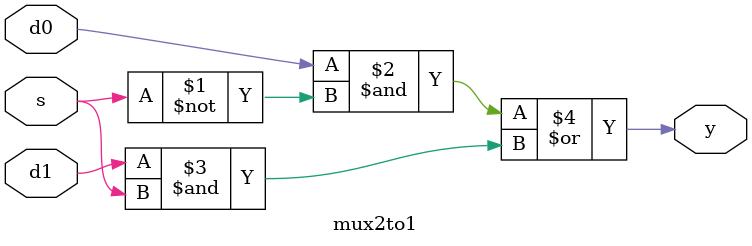
<source format=v>
module mux2to1(d0,d1,s,y);
input d0,d1,s;
output y;
assign y=(d0&~s)|(d1&s);
endmodule
</source>
